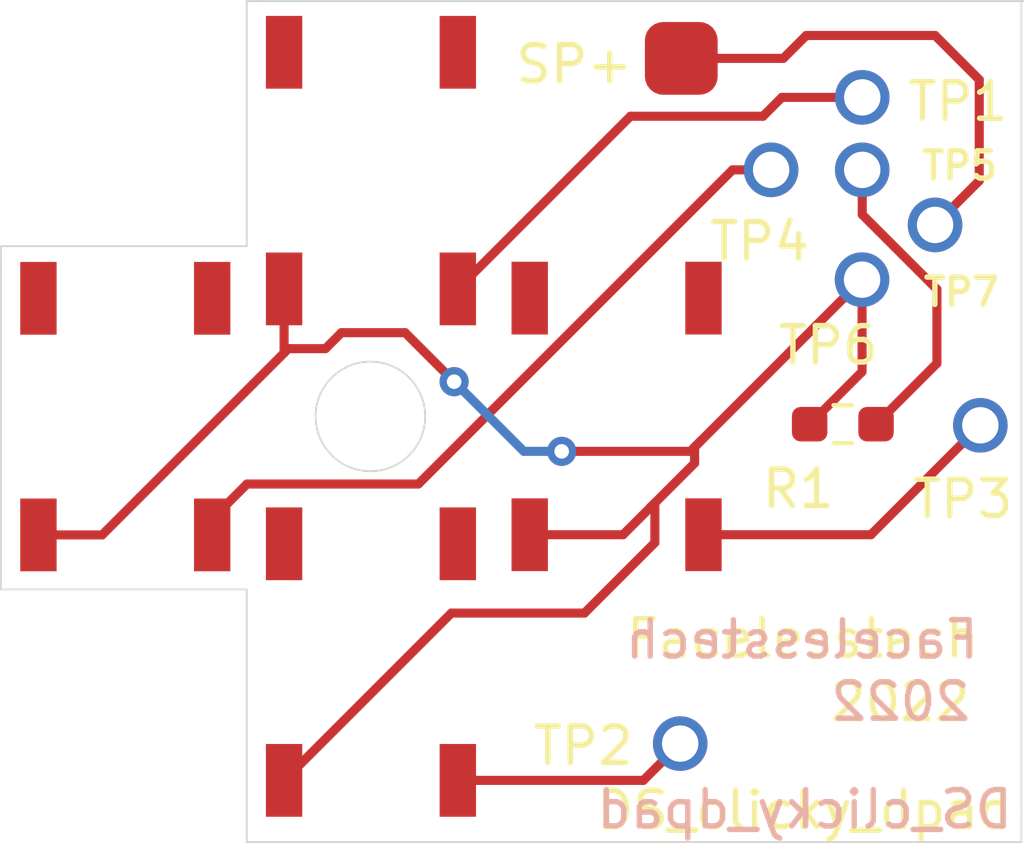
<source format=kicad_pcb>
(kicad_pcb (version 20171130) (host pcbnew 5.1.9+dfsg1-1)

  (general
    (thickness 1.6)
    (drawings 20)
    (tracks 54)
    (zones 0)
    (modules 13)
    (nets 8)
  )

  (page A4)
  (layers
    (0 F.Cu signal)
    (31 B.Cu signal)
    (32 B.Adhes user)
    (33 F.Adhes user)
    (34 B.Paste user)
    (35 F.Paste user)
    (36 B.SilkS user)
    (37 F.SilkS user)
    (38 B.Mask user)
    (39 F.Mask user)
    (40 Dwgs.User user)
    (41 Cmts.User user)
    (42 Eco1.User user)
    (43 Eco2.User user)
    (44 Edge.Cuts user)
    (45 Margin user)
    (46 B.CrtYd user)
    (47 F.CrtYd user)
    (48 B.Fab user)
    (49 F.Fab user)
  )

  (setup
    (last_trace_width 0.25)
    (trace_clearance 0.2)
    (zone_clearance 0.508)
    (zone_45_only no)
    (trace_min 0.2)
    (via_size 0.8)
    (via_drill 0.4)
    (via_min_size 0.4)
    (via_min_drill 0.3)
    (uvia_size 0.3)
    (uvia_drill 0.1)
    (uvias_allowed no)
    (uvia_min_size 0.2)
    (uvia_min_drill 0.1)
    (edge_width 0.05)
    (segment_width 0.2)
    (pcb_text_width 0.3)
    (pcb_text_size 1.5 1.5)
    (mod_edge_width 0.12)
    (mod_text_size 1 1)
    (mod_text_width 0.15)
    (pad_size 1.524 1.524)
    (pad_drill 0.762)
    (pad_to_mask_clearance 0)
    (aux_axis_origin 0 0)
    (visible_elements FFFFFF7F)
    (pcbplotparams
      (layerselection 0x010f0_ffffffff)
      (usegerberextensions false)
      (usegerberattributes true)
      (usegerberadvancedattributes true)
      (creategerberjobfile true)
      (excludeedgelayer true)
      (linewidth 0.100000)
      (plotframeref false)
      (viasonmask false)
      (mode 1)
      (useauxorigin false)
      (hpglpennumber 1)
      (hpglpenspeed 20)
      (hpglpendiameter 15.000000)
      (psnegative false)
      (psa4output false)
      (plotreference true)
      (plotvalue true)
      (plotinvisibletext false)
      (padsonsilk false)
      (subtractmaskfromsilk false)
      (outputformat 1)
      (mirror false)
      (drillshape 0)
      (scaleselection 1)
      (outputdirectory "gerbers/"))
  )

  (net 0 "")
  (net 1 "Net-(SW1-Pad2)")
  (net 2 "Net-(SW2-Pad2)")
  (net 3 "Net-(SW3-Pad2)")
  (net 4 "Net-(SW4-Pad2)")
  (net 5 "Net-(R1-Pad1)")
  (net 6 "Net-(R1-Pad2)")
  (net 7 "Net-(TP7-Pad1)")

  (net_class Default "This is the default net class."
    (clearance 0.2)
    (trace_width 0.25)
    (via_dia 0.8)
    (via_drill 0.4)
    (uvia_dia 0.3)
    (uvia_drill 0.1)
    (add_net "Net-(R1-Pad1)")
    (add_net "Net-(R1-Pad2)")
    (add_net "Net-(SW1-Pad2)")
    (add_net "Net-(SW2-Pad2)")
    (add_net "Net-(SW3-Pad2)")
    (add_net "Net-(SW4-Pad2)")
    (add_net "Net-(TP7-Pad1)")
  )

  (module buttons_custom:gba_sp_buttons (layer F.Cu) (tedit 628D5894) (tstamp 62B22ACC)
    (at 149.82444 93.79712)
    (path /6263EFD8)
    (fp_text reference SW4 (at 0.04064 7.19328) (layer F.SilkS) hide
      (effects (font (size 1 1) (thickness 0.15)))
    )
    (fp_text value SW_Push (at -0.08636 -8.70204) (layer F.Fab) hide
      (effects (font (size 1 1) (thickness 0.15)))
    )
    (pad 3 smd rect (at -2.3876 -3.2512) (size 1 2) (layers F.Cu F.Paste F.Mask))
    (pad 4 smd rect (at 2.3876 -3.2512) (size 1 2) (layers F.Cu F.Paste F.Mask))
    (pad 2 smd rect (at 2.3876 3.2512) (size 1 2) (layers F.Cu F.Paste F.Mask)
      (net 4 "Net-(SW4-Pad2)"))
    (pad 1 smd rect (at -2.3876 3.2512) (size 1 2) (layers F.Cu F.Paste F.Mask)
      (net 6 "Net-(R1-Pad2)"))
  )

  (module buttons_custom:gba_sp_buttons (layer F.Cu) (tedit 628D5894) (tstamp 62B22A42)
    (at 143.07312 87.04072)
    (path /6263C6C3)
    (fp_text reference SW1 (at 0.04064 7.19328) (layer F.SilkS) hide
      (effects (font (size 1 1) (thickness 0.15)))
    )
    (fp_text value SW_Push (at -0.08636 -8.70204) (layer F.Fab) hide
      (effects (font (size 1 1) (thickness 0.15)))
    )
    (pad 3 smd rect (at -2.3876 -3.2512) (size 1 2) (layers F.Cu F.Paste F.Mask))
    (pad 4 smd rect (at 2.3876 -3.2512) (size 1 2) (layers F.Cu F.Paste F.Mask))
    (pad 2 smd rect (at 2.3876 3.2512) (size 1 2) (layers F.Cu F.Paste F.Mask)
      (net 1 "Net-(SW1-Pad2)"))
    (pad 1 smd rect (at -2.3876 3.2512) (size 1 2) (layers F.Cu F.Paste F.Mask)
      (net 6 "Net-(R1-Pad2)"))
  )

  (module Resistor_SMD:R_0603_1608Metric_Pad0.98x0.95mm_HandSolder (layer F.Cu) (tedit 5F68FEEE) (tstamp 628C610D)
    (at 156.04236 94.01048 180)
    (descr "Resistor SMD 0603 (1608 Metric), square (rectangular) end terminal, IPC_7351 nominal with elongated pad for handsoldering. (Body size source: IPC-SM-782 page 72, https://www.pcb-3d.com/wordpress/wp-content/uploads/ipc-sm-782a_amendment_1_and_2.pdf), generated with kicad-footprint-generator")
    (tags "resistor handsolder")
    (path /6264AA7B)
    (attr smd)
    (fp_text reference R1 (at 1.22428 -1.778) (layer F.SilkS)
      (effects (font (size 1 1) (thickness 0.15)))
    )
    (fp_text value R (at 0 1.43) (layer F.Fab) hide
      (effects (font (size 1 1) (thickness 0.15)))
    )
    (fp_line (start -0.8 0.4125) (end -0.8 -0.4125) (layer F.Fab) (width 0.1))
    (fp_line (start -0.8 -0.4125) (end 0.8 -0.4125) (layer F.Fab) (width 0.1))
    (fp_line (start 0.8 -0.4125) (end 0.8 0.4125) (layer F.Fab) (width 0.1))
    (fp_line (start 0.8 0.4125) (end -0.8 0.4125) (layer F.Fab) (width 0.1))
    (fp_line (start -0.254724 -0.5225) (end 0.254724 -0.5225) (layer F.SilkS) (width 0.12))
    (fp_line (start -0.254724 0.5225) (end 0.254724 0.5225) (layer F.SilkS) (width 0.12))
    (fp_line (start -1.65 0.73) (end -1.65 -0.73) (layer F.CrtYd) (width 0.05))
    (fp_line (start -1.65 -0.73) (end 1.65 -0.73) (layer F.CrtYd) (width 0.05))
    (fp_line (start 1.65 -0.73) (end 1.65 0.73) (layer F.CrtYd) (width 0.05))
    (fp_line (start 1.65 0.73) (end -1.65 0.73) (layer F.CrtYd) (width 0.05))
    (fp_text user %R (at 0 0) (layer F.Fab)
      (effects (font (size 0.4 0.4) (thickness 0.06)))
    )
    (pad 1 smd roundrect (at -0.9125 0 180) (size 0.975 0.95) (layers F.Cu F.Paste F.Mask) (roundrect_rratio 0.25)
      (net 5 "Net-(R1-Pad1)"))
    (pad 2 smd roundrect (at 0.9125 0 180) (size 0.975 0.95) (layers F.Cu F.Paste F.Mask) (roundrect_rratio 0.25)
      (net 6 "Net-(R1-Pad2)"))
    (model ${KISYS3DMOD}/Resistor_SMD.3dshapes/R_0603_1608Metric.wrl
      (at (xyz 0 0 0))
      (scale (xyz 1 1 1))
      (rotate (xyz 0 0 0))
    )
  )

  (module custom_connectors:1mm_test_point (layer F.Cu) (tedit 6263D0F5) (tstamp 62645A3C)
    (at 156.57576 85.0392)
    (path /6263DA01)
    (fp_text reference TP1 (at 2.63144 0.10668) (layer F.SilkS)
      (effects (font (size 1 1) (thickness 0.15)))
    )
    (fp_text value TestPoint (at 0.01524 -2.55524) (layer F.Fab) hide
      (effects (font (size 1 1) (thickness 0.15)))
    )
    (pad 1 thru_hole circle (at 0 -0.01016) (size 1.5 1.5) (drill 1) (layers *.Cu *.Mask)
      (net 1 "Net-(SW1-Pad2)"))
  )

  (module custom_connectors:1mm_test_point (layer F.Cu) (tedit 6263D0F5) (tstamp 62645E02)
    (at 156.57576 87.03056)
    (path /62648640)
    (fp_text reference TP5 (at 2.68224 -0.12192) (layer F.SilkS)
      (effects (font (size 0.75 0.75) (thickness 0.15)))
    )
    (fp_text value TestPoint (at 0.01524 -2.55524) (layer F.Fab) hide
      (effects (font (size 1 1) (thickness 0.15)))
    )
    (pad 1 thru_hole circle (at 0 -0.01016) (size 1.5 1.5) (drill 1) (layers *.Cu *.Mask)
      (net 5 "Net-(R1-Pad1)"))
  )

  (module custom_connectors:1mm_test_point (layer F.Cu) (tedit 6263D0F5) (tstamp 62645A12)
    (at 156.57068 90.04808)
    (path /62648377)
    (fp_text reference TP6 (at -0.92456 1.79832) (layer F.SilkS)
      (effects (font (size 1 1) (thickness 0.15)))
    )
    (fp_text value TestPoint (at 0.01524 -2.55524) (layer F.Fab) hide
      (effects (font (size 1 1) (thickness 0.15)))
    )
    (pad 1 thru_hole circle (at 0 -0.01016) (size 1.5 1.5) (drill 1) (layers *.Cu *.Mask)
      (net 6 "Net-(R1-Pad2)"))
  )

  (module custom_connectors:1mm_test_point (layer F.Cu) (tedit 6263D0F5) (tstamp 626429D3)
    (at 154.07132 87.03056)
    (path /6263F566)
    (fp_text reference TP4 (at -0.31496 1.9558) (layer F.SilkS)
      (effects (font (size 1 1) (thickness 0.15)))
    )
    (fp_text value TestPoint (at 0.01524 -2.55524) (layer F.Fab) hide
      (effects (font (size 1 1) (thickness 0.15)))
    )
    (pad 1 thru_hole circle (at 0 -0.01016) (size 1.5 1.5) (drill 1) (layers *.Cu *.Mask)
      (net 2 "Net-(SW2-Pad2)"))
  )

  (module custom_connectors:1mm_test_point (layer F.Cu) (tedit 6263D0F5) (tstamp 628DE6E7)
    (at 159.82188 94.05112)
    (path /6263F7DC)
    (fp_text reference TP3 (at -0.4826 2.01676) (layer F.SilkS)
      (effects (font (size 1 1) (thickness 0.15)))
    )
    (fp_text value TestPoint (at 0.01524 -2.55524) (layer F.Fab) hide
      (effects (font (size 1 1) (thickness 0.15)))
    )
    (pad 1 thru_hole circle (at 0 -0.01016) (size 1.5 1.5) (drill 1) (layers *.Cu *.Mask)
      (net 4 "Net-(SW4-Pad2)"))
  )

  (module custom_connectors:1mm_test_point (layer F.Cu) (tedit 6263D0F5) (tstamp 628DE661)
    (at 151.57196 102.79888)
    (path /6263FA1F)
    (fp_text reference TP2 (at -2.66192 0.0508) (layer F.SilkS)
      (effects (font (size 1 1) (thickness 0.15)))
    )
    (fp_text value TestPoint (at 0.01524 -2.55524) (layer F.Fab) hide
      (effects (font (size 1 1) (thickness 0.15)))
    )
    (pad 1 thru_hole circle (at 0 -0.01016) (size 1.5 1.5) (drill 1) (layers *.Cu *.Mask)
      (net 3 "Net-(SW3-Pad2)"))
  )

  (module custom_connectors:1mm_test_point (layer F.Cu) (tedit 6263D0F5) (tstamp 626458EF)
    (at 158.57728 88.5444)
    (path /626403F2)
    (fp_text reference TP7 (at 0.72644 1.83388) (layer F.SilkS)
      (effects (font (size 0.75 0.75) (thickness 0.15)))
    )
    (fp_text value TestPoint (at 0.01524 -2.55524) (layer F.Fab) hide
      (effects (font (size 1 1) (thickness 0.15)))
    )
    (pad 1 thru_hole circle (at 0 -0.01016) (size 1.5 1.5) (drill 1) (layers *.Cu *.Mask)
      (net 7 "Net-(TP7-Pad1)"))
  )

  (module buttons_custom:gba_sp_buttons (layer F.Cu) (tedit 628D5894) (tstamp 62B22A99)
    (at 143.07312 100.54844)
    (path /6263DE48)
    (fp_text reference SW3 (at 0.04064 7.19328) (layer F.SilkS) hide
      (effects (font (size 1 1) (thickness 0.15)))
    )
    (fp_text value SW_Push (at -0.08636 -8.70204) (layer F.Fab) hide
      (effects (font (size 1 1) (thickness 0.15)))
    )
    (pad 3 smd rect (at -2.3876 -3.2512) (size 1 2) (layers F.Cu F.Paste F.Mask))
    (pad 4 smd rect (at 2.3876 -3.2512) (size 1 2) (layers F.Cu F.Paste F.Mask))
    (pad 2 smd rect (at 2.3876 3.2512) (size 1 2) (layers F.Cu F.Paste F.Mask)
      (net 3 "Net-(SW3-Pad2)"))
    (pad 1 smd rect (at -2.3876 3.2512) (size 1 2) (layers F.Cu F.Paste F.Mask)
      (net 6 "Net-(R1-Pad2)"))
  )

  (module buttons_custom:gba_sp_buttons (layer F.Cu) (tedit 628D5894) (tstamp 62B22BA6)
    (at 136.3218 93.8022)
    (path /6263E8B4)
    (fp_text reference SW2 (at 0.04064 7.19328) (layer F.SilkS) hide
      (effects (font (size 1 1) (thickness 0.15)))
    )
    (fp_text value SW_Push (at -0.08636 -8.70204) (layer F.Fab) hide
      (effects (font (size 1 1) (thickness 0.15)))
    )
    (pad 3 smd rect (at -2.3876 -3.2512) (size 1 2) (layers F.Cu F.Paste F.Mask))
    (pad 4 smd rect (at 2.3876 -3.2512) (size 1 2) (layers F.Cu F.Paste F.Mask))
    (pad 2 smd rect (at 2.3876 3.2512) (size 1 2) (layers F.Cu F.Paste F.Mask)
      (net 2 "Net-(SW2-Pad2)"))
    (pad 1 smd rect (at -2.3876 3.2512) (size 1 2) (layers F.Cu F.Paste F.Mask)
      (net 6 "Net-(R1-Pad2)"))
  )

  (module custom_connectors:2mm_test_point_smd (layer F.Cu) (tedit 628F3AA0) (tstamp 62B32777)
    (at 151.60244 83.96732)
    (path /62B2F67E)
    (fp_text reference SP+ (at -2.94132 0.1524) (layer F.SilkS)
      (effects (font (size 1 1) (thickness 0.15)))
    )
    (fp_text value TestPoint (at 0.01524 -2.55524) (layer F.Fab) hide
      (effects (font (size 1 1) (thickness 0.15)))
    )
    (pad 1 smd roundrect (at 0 -0.01016) (size 2 2) (layers F.Cu F.Paste F.Mask) (roundrect_rratio 0.25)
      (net 7 "Net-(TP7-Pad1)"))
  )

  (gr_line (start 139.65936 105.49636) (end 139.94892 105.49636) (layer Edge.Cuts) (width 0.05))
  (gr_line (start 139.65936 82.38236) (end 140.0048 82.38236) (layer Edge.Cuts) (width 0.05))
  (gr_line (start 139.65936 98.552) (end 139.65936 98.76028) (layer Edge.Cuts) (width 0.05) (tstamp 62B2331C))
  (gr_line (start 132.90296 89.11844) (end 132.90296 89.65184) (layer Edge.Cuts) (width 0.05) (tstamp 628DE3DC))
  (gr_line (start 160.94964 104.7496) (end 160.94964 105.49636) (layer Edge.Cuts) (width 0.05) (tstamp 628DE33F))
  (gr_line (start 160.94964 104.7496) (end 160.94964 82.37728) (layer Edge.Cuts) (width 0.05) (tstamp 6263DC0F))
  (gr_circle (center 143.05788 93.79712) (end 144.56156 93.70568) (layer Edge.Cuts) (width 0.05) (tstamp 62B1A33A))
  (gr_text 2022 (at 157.6324 101.63556) (layer B.SilkS) (tstamp 62645DD9)
    (effects (font (size 1 1) (thickness 0.15)) (justify mirror))
  )
  (gr_text DS_clicky_dpad (at 154.99588 104.5972) (layer B.SilkS) (tstamp 62645DD4)
    (effects (font (size 1 1) (thickness 0.15)) (justify mirror))
  )
  (gr_text Facelesstech (at 154.9146 99.92868) (layer B.SilkS) (tstamp 62645DCF)
    (effects (font (size 1 1) (thickness 0.15)) (justify mirror))
  )
  (gr_text DS_clicky_dpad (at 154.97556 104.61752) (layer F.SilkS)
    (effects (font (size 1 1) (thickness 0.15)))
  )
  (gr_text Facelesstech (at 154.94508 99.90328) (layer F.SilkS)
    (effects (font (size 1 1) (thickness 0.15)))
  )
  (gr_text 2022 (at 157.61716 101.64572) (layer F.SilkS)
    (effects (font (size 1 1) (thickness 0.15)))
  )
  (gr_line (start 139.94892 105.49636) (end 160.94964 105.49636) (layer Edge.Cuts) (width 0.05) (tstamp 6263DC0A))
  (gr_line (start 140.0048 82.38236) (end 161.00552 82.38236) (layer Edge.Cuts) (width 0.05))
  (gr_line (start 139.65936 105.49636) (end 139.65936 98.76028) (layer Edge.Cuts) (width 0.05) (tstamp 6263DC03))
  (gr_line (start 139.65936 89.11844) (end 139.65936 82.38236) (layer Edge.Cuts) (width 0.05))
  (gr_line (start 132.90296 98.552) (end 139.65936 98.552) (layer Edge.Cuts) (width 0.05) (tstamp 6263DBF2))
  (gr_line (start 132.90296 89.11844) (end 139.65936 89.11844) (layer Edge.Cuts) (width 0.05) (tstamp 6263DBFA))
  (gr_line (start 132.90296 89.65184) (end 132.90296 98.552) (layer Edge.Cuts) (width 0.05) (tstamp 628DE350))

  (segment (start 150.20544 85.5472) (end 145.46072 90.29192) (width 0.25) (layer F.Cu) (net 1))
  (segment (start 153.84745 85.5472) (end 150.20544 85.5472) (width 0.25) (layer F.Cu) (net 1))
  (segment (start 154.36561 85.02904) (end 153.84745 85.5472) (width 0.25) (layer F.Cu) (net 1))
  (segment (start 156.57576 85.02904) (end 154.36561 85.02904) (width 0.25) (layer F.Cu) (net 1))
  (segment (start 153.01066 87.0204) (end 154.07132 87.0204) (width 0.25) (layer F.Cu) (net 2))
  (segment (start 139.666136 95.654704) (end 144.376356 95.654704) (width 0.25) (layer F.Cu) (net 2))
  (segment (start 144.376356 95.654704) (end 153.01066 87.0204) (width 0.25) (layer F.Cu) (net 2))
  (segment (start 138.7094 96.61144) (end 139.666136 95.654704) (width 0.25) (layer F.Cu) (net 2))
  (segment (start 138.7094 97.0534) (end 138.7094 96.61144) (width 0.25) (layer F.Cu) (net 2))
  (segment (start 150.56104 103.79964) (end 151.57196 102.78872) (width 0.25) (layer F.Cu) (net 3))
  (segment (start 145.46072 103.79964) (end 150.56104 103.79964) (width 0.25) (layer F.Cu) (net 3))
  (segment (start 156.81452 97.04832) (end 159.82188 94.04096) (width 0.25) (layer F.Cu) (net 4))
  (segment (start 152.21204 97.04832) (end 156.81452 97.04832) (width 0.25) (layer F.Cu) (net 4))
  (segment (start 156.57576 87.0204) (end 156.57576 88.24976) (width 0.25) (layer F.Cu) (net 5))
  (segment (start 156.57576 88.24976) (end 158.62808 90.30208) (width 0.25) (layer F.Cu) (net 5))
  (segment (start 158.62808 92.33726) (end 156.95486 94.01048) (width 0.25) (layer F.Cu) (net 5))
  (segment (start 158.62808 90.30208) (end 158.62808 92.33726) (width 0.25) (layer F.Cu) (net 5))
  (segment (start 156.198 90.03792) (end 156.57068 90.03792) (width 0.25) (layer F.Cu) (net 6))
  (segment (start 140.68552 92.05284) (end 140.68552 91.29776) (width 0.25) (layer F.Cu) (net 6))
  (segment (start 156.57068 92.56966) (end 155.12986 94.01048) (width 0.25) (layer F.Cu) (net 6))
  (segment (start 156.57068 90.03792) (end 156.57068 92.56966) (width 0.25) (layer F.Cu) (net 6))
  (segment (start 140.68552 91.29776) (end 140.68552 90.29192) (width 0.25) (layer F.Cu) (net 6))
  (segment (start 135.68496 97.0534) (end 136.72474 96.01362) (width 0.25) (layer F.Cu) (net 6))
  (segment (start 133.9342 97.0534) (end 135.68496 97.0534) (width 0.25) (layer F.Cu) (net 6))
  (segment (start 140.68552 103.79964) (end 145.28292 99.20224) (width 0.25) (layer F.Cu) (net 6))
  (segment (start 145.28292 99.20224) (end 148.94052 99.20224) (width 0.25) (layer F.Cu) (net 6))
  (segment (start 148.94052 99.20224) (end 150.876 97.26676) (width 0.25) (layer F.Cu) (net 6))
  (segment (start 147.43684 97.04832) (end 150.00224 97.04832) (width 0.25) (layer F.Cu) (net 6))
  (segment (start 150.876 97.26676) (end 150.876 96.17456) (width 0.25) (layer F.Cu) (net 6))
  (segment (start 151.9682 95.08236) (end 150.75662 96.29394) (width 0.25) (layer F.Cu) (net 6))
  (segment (start 151.9682 94.6404) (end 151.9682 95.08236) (width 0.25) (layer F.Cu) (net 6))
  (segment (start 150.75662 96.29394) (end 150.876 96.17456) (width 0.25) (layer F.Cu) (net 6))
  (segment (start 150.00224 97.04832) (end 150.75662 96.29394) (width 0.25) (layer F.Cu) (net 6))
  (segment (start 136.72474 96.01362) (end 139.8337 92.90466) (width 0.25) (layer F.Cu) (net 6))
  (segment (start 139.8337 92.90466) (end 140.68552 92.05284) (width 0.25) (layer F.Cu) (net 6))
  (segment (start 140.804261 91.934099) (end 141.822101 91.934099) (width 0.25) (layer F.Cu) (net 6))
  (segment (start 140.68552 92.05284) (end 140.804261 91.934099) (width 0.25) (layer F.Cu) (net 6))
  (segment (start 141.822101 91.934099) (end 142.26032 91.49588) (width 0.25) (layer F.Cu) (net 6))
  (via (at 145.35912 92.84208) (size 0.8) (drill 0.4) (layers F.Cu B.Cu) (net 6))
  (segment (start 144.01292 91.49588) (end 145.35912 92.84208) (width 0.25) (layer F.Cu) (net 6))
  (segment (start 142.26032 91.49588) (end 144.01292 91.49588) (width 0.25) (layer F.Cu) (net 6))
  (via (at 148.31568 94.75724) (size 0.8) (drill 0.4) (layers F.Cu B.Cu) (net 6))
  (segment (start 147.27428 94.75724) (end 148.31568 94.75724) (width 0.25) (layer B.Cu) (net 6))
  (segment (start 145.35912 92.84208) (end 147.27428 94.75724) (width 0.25) (layer B.Cu) (net 6))
  (segment (start 151.85136 94.75724) (end 152.1333 94.4753) (width 0.25) (layer F.Cu) (net 6))
  (segment (start 148.31568 94.75724) (end 151.85136 94.75724) (width 0.25) (layer F.Cu) (net 6))
  (segment (start 152.1333 94.4753) (end 151.9682 94.6404) (width 0.25) (layer F.Cu) (net 6))
  (segment (start 156.57068 90.03792) (end 152.1333 94.4753) (width 0.25) (layer F.Cu) (net 6))
  (segment (start 151.60244 83.95716) (end 154.4066 83.95716) (width 0.25) (layer F.Cu) (net 7))
  (segment (start 154.4066 83.95716) (end 155.03652 83.32724) (width 0.25) (layer F.Cu) (net 7))
  (segment (start 155.03652 83.32724) (end 158.57728 83.32724) (width 0.25) (layer F.Cu) (net 7))
  (segment (start 158.57728 83.32724) (end 159.7914 84.54136) (width 0.25) (layer F.Cu) (net 7))
  (segment (start 159.7914 87.32012) (end 158.57728 88.53424) (width 0.25) (layer F.Cu) (net 7))
  (segment (start 159.7914 84.54136) (end 159.7914 87.32012) (width 0.25) (layer F.Cu) (net 7))

)

</source>
